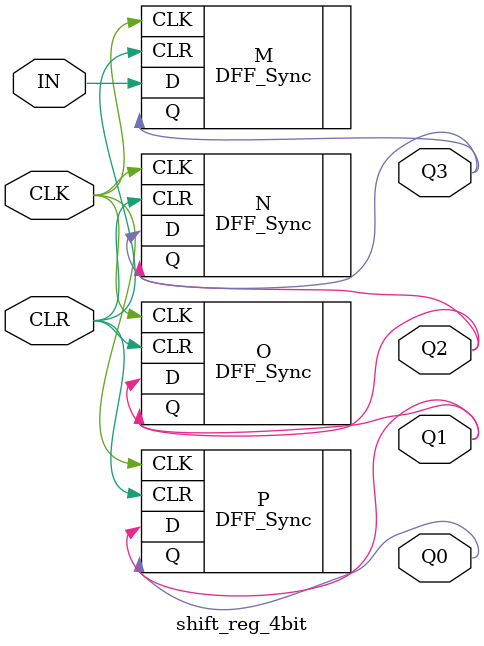
<source format=v>
`timescale 1ns / 1ps

module shift_reg_4bit(
    input CLK,CLR,IN,
    output wire  Q3,Q2,Q1,Q0
    );
    
    DFF_Sync M (.CLK(CLK),.CLR(CLR),.D(IN),.Q(Q3));
    DFF_Sync N (.CLK(CLK),.CLR(CLR),.D(Q3),.Q(Q2));
    DFF_Sync O (.CLK(CLK),.CLR(CLR),.D(Q2),.Q(Q1));
    DFF_Sync P (.CLK(CLK),.CLR(CLR),.D(Q1),.Q(Q0));    
       
endmodule

</source>
